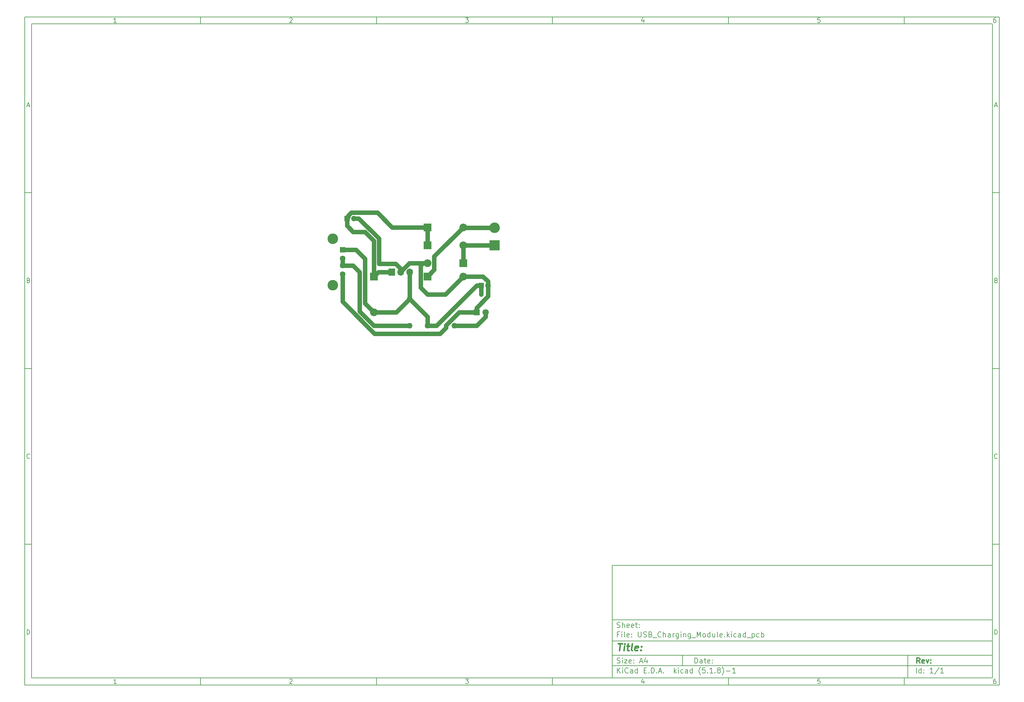
<source format=gbl>
%TF.GenerationSoftware,KiCad,Pcbnew,(5.1.8)-1*%
%TF.CreationDate,2021-07-24T17:40:12+02:00*%
%TF.ProjectId,USB_Charging_Module,5553425f-4368-4617-9267-696e675f4d6f,rev?*%
%TF.SameCoordinates,Original*%
%TF.FileFunction,Copper,L2,Bot*%
%TF.FilePolarity,Positive*%
%FSLAX46Y46*%
G04 Gerber Fmt 4.6, Leading zero omitted, Abs format (unit mm)*
G04 Created by KiCad (PCBNEW (5.1.8)-1) date 2021-07-24 17:40:12*
%MOMM*%
%LPD*%
G01*
G04 APERTURE LIST*
%ADD10C,0.100000*%
%ADD11C,0.150000*%
%ADD12C,0.300000*%
%ADD13C,0.400000*%
%TA.AperFunction,ComponentPad*%
%ADD14C,1.600000*%
%TD*%
%TA.AperFunction,ComponentPad*%
%ADD15R,1.500000X1.600000*%
%TD*%
%TA.AperFunction,ComponentPad*%
%ADD16C,3.000000*%
%TD*%
%TA.AperFunction,ComponentPad*%
%ADD17C,1.800000*%
%TD*%
%TA.AperFunction,ComponentPad*%
%ADD18R,1.800000X1.800000*%
%TD*%
%TA.AperFunction,ComponentPad*%
%ADD19R,1.600000X1.600000*%
%TD*%
%TA.AperFunction,ComponentPad*%
%ADD20R,2.200000X2.200000*%
%TD*%
%TA.AperFunction,ComponentPad*%
%ADD21O,2.200000X2.200000*%
%TD*%
%TA.AperFunction,ComponentPad*%
%ADD22R,3.000000X3.000000*%
%TD*%
%TA.AperFunction,ComponentPad*%
%ADD23O,1.600000X1.600000*%
%TD*%
%TA.AperFunction,ComponentPad*%
%ADD24R,1.905000X2.000000*%
%TD*%
%TA.AperFunction,ComponentPad*%
%ADD25O,1.905000X2.000000*%
%TD*%
%TA.AperFunction,Conductor*%
%ADD26C,1.270000*%
%TD*%
G04 APERTURE END LIST*
D10*
D11*
X177002200Y-166007200D02*
X177002200Y-198007200D01*
X285002200Y-198007200D01*
X285002200Y-166007200D01*
X177002200Y-166007200D01*
D10*
D11*
X10000000Y-10000000D02*
X10000000Y-200007200D01*
X287002200Y-200007200D01*
X287002200Y-10000000D01*
X10000000Y-10000000D01*
D10*
D11*
X12000000Y-12000000D02*
X12000000Y-198007200D01*
X285002200Y-198007200D01*
X285002200Y-12000000D01*
X12000000Y-12000000D01*
D10*
D11*
X60000000Y-12000000D02*
X60000000Y-10000000D01*
D10*
D11*
X110000000Y-12000000D02*
X110000000Y-10000000D01*
D10*
D11*
X160000000Y-12000000D02*
X160000000Y-10000000D01*
D10*
D11*
X210000000Y-12000000D02*
X210000000Y-10000000D01*
D10*
D11*
X260000000Y-12000000D02*
X260000000Y-10000000D01*
D10*
D11*
X36065476Y-11588095D02*
X35322619Y-11588095D01*
X35694047Y-11588095D02*
X35694047Y-10288095D01*
X35570238Y-10473809D01*
X35446428Y-10597619D01*
X35322619Y-10659523D01*
D10*
D11*
X85322619Y-10411904D02*
X85384523Y-10350000D01*
X85508333Y-10288095D01*
X85817857Y-10288095D01*
X85941666Y-10350000D01*
X86003571Y-10411904D01*
X86065476Y-10535714D01*
X86065476Y-10659523D01*
X86003571Y-10845238D01*
X85260714Y-11588095D01*
X86065476Y-11588095D01*
D10*
D11*
X135260714Y-10288095D02*
X136065476Y-10288095D01*
X135632142Y-10783333D01*
X135817857Y-10783333D01*
X135941666Y-10845238D01*
X136003571Y-10907142D01*
X136065476Y-11030952D01*
X136065476Y-11340476D01*
X136003571Y-11464285D01*
X135941666Y-11526190D01*
X135817857Y-11588095D01*
X135446428Y-11588095D01*
X135322619Y-11526190D01*
X135260714Y-11464285D01*
D10*
D11*
X185941666Y-10721428D02*
X185941666Y-11588095D01*
X185632142Y-10226190D02*
X185322619Y-11154761D01*
X186127380Y-11154761D01*
D10*
D11*
X236003571Y-10288095D02*
X235384523Y-10288095D01*
X235322619Y-10907142D01*
X235384523Y-10845238D01*
X235508333Y-10783333D01*
X235817857Y-10783333D01*
X235941666Y-10845238D01*
X236003571Y-10907142D01*
X236065476Y-11030952D01*
X236065476Y-11340476D01*
X236003571Y-11464285D01*
X235941666Y-11526190D01*
X235817857Y-11588095D01*
X235508333Y-11588095D01*
X235384523Y-11526190D01*
X235322619Y-11464285D01*
D10*
D11*
X285941666Y-10288095D02*
X285694047Y-10288095D01*
X285570238Y-10350000D01*
X285508333Y-10411904D01*
X285384523Y-10597619D01*
X285322619Y-10845238D01*
X285322619Y-11340476D01*
X285384523Y-11464285D01*
X285446428Y-11526190D01*
X285570238Y-11588095D01*
X285817857Y-11588095D01*
X285941666Y-11526190D01*
X286003571Y-11464285D01*
X286065476Y-11340476D01*
X286065476Y-11030952D01*
X286003571Y-10907142D01*
X285941666Y-10845238D01*
X285817857Y-10783333D01*
X285570238Y-10783333D01*
X285446428Y-10845238D01*
X285384523Y-10907142D01*
X285322619Y-11030952D01*
D10*
D11*
X60000000Y-198007200D02*
X60000000Y-200007200D01*
D10*
D11*
X110000000Y-198007200D02*
X110000000Y-200007200D01*
D10*
D11*
X160000000Y-198007200D02*
X160000000Y-200007200D01*
D10*
D11*
X210000000Y-198007200D02*
X210000000Y-200007200D01*
D10*
D11*
X260000000Y-198007200D02*
X260000000Y-200007200D01*
D10*
D11*
X36065476Y-199595295D02*
X35322619Y-199595295D01*
X35694047Y-199595295D02*
X35694047Y-198295295D01*
X35570238Y-198481009D01*
X35446428Y-198604819D01*
X35322619Y-198666723D01*
D10*
D11*
X85322619Y-198419104D02*
X85384523Y-198357200D01*
X85508333Y-198295295D01*
X85817857Y-198295295D01*
X85941666Y-198357200D01*
X86003571Y-198419104D01*
X86065476Y-198542914D01*
X86065476Y-198666723D01*
X86003571Y-198852438D01*
X85260714Y-199595295D01*
X86065476Y-199595295D01*
D10*
D11*
X135260714Y-198295295D02*
X136065476Y-198295295D01*
X135632142Y-198790533D01*
X135817857Y-198790533D01*
X135941666Y-198852438D01*
X136003571Y-198914342D01*
X136065476Y-199038152D01*
X136065476Y-199347676D01*
X136003571Y-199471485D01*
X135941666Y-199533390D01*
X135817857Y-199595295D01*
X135446428Y-199595295D01*
X135322619Y-199533390D01*
X135260714Y-199471485D01*
D10*
D11*
X185941666Y-198728628D02*
X185941666Y-199595295D01*
X185632142Y-198233390D02*
X185322619Y-199161961D01*
X186127380Y-199161961D01*
D10*
D11*
X236003571Y-198295295D02*
X235384523Y-198295295D01*
X235322619Y-198914342D01*
X235384523Y-198852438D01*
X235508333Y-198790533D01*
X235817857Y-198790533D01*
X235941666Y-198852438D01*
X236003571Y-198914342D01*
X236065476Y-199038152D01*
X236065476Y-199347676D01*
X236003571Y-199471485D01*
X235941666Y-199533390D01*
X235817857Y-199595295D01*
X235508333Y-199595295D01*
X235384523Y-199533390D01*
X235322619Y-199471485D01*
D10*
D11*
X285941666Y-198295295D02*
X285694047Y-198295295D01*
X285570238Y-198357200D01*
X285508333Y-198419104D01*
X285384523Y-198604819D01*
X285322619Y-198852438D01*
X285322619Y-199347676D01*
X285384523Y-199471485D01*
X285446428Y-199533390D01*
X285570238Y-199595295D01*
X285817857Y-199595295D01*
X285941666Y-199533390D01*
X286003571Y-199471485D01*
X286065476Y-199347676D01*
X286065476Y-199038152D01*
X286003571Y-198914342D01*
X285941666Y-198852438D01*
X285817857Y-198790533D01*
X285570238Y-198790533D01*
X285446428Y-198852438D01*
X285384523Y-198914342D01*
X285322619Y-199038152D01*
D10*
D11*
X10000000Y-60000000D02*
X12000000Y-60000000D01*
D10*
D11*
X10000000Y-110000000D02*
X12000000Y-110000000D01*
D10*
D11*
X10000000Y-160000000D02*
X12000000Y-160000000D01*
D10*
D11*
X10690476Y-35216666D02*
X11309523Y-35216666D01*
X10566666Y-35588095D02*
X11000000Y-34288095D01*
X11433333Y-35588095D01*
D10*
D11*
X11092857Y-84907142D02*
X11278571Y-84969047D01*
X11340476Y-85030952D01*
X11402380Y-85154761D01*
X11402380Y-85340476D01*
X11340476Y-85464285D01*
X11278571Y-85526190D01*
X11154761Y-85588095D01*
X10659523Y-85588095D01*
X10659523Y-84288095D01*
X11092857Y-84288095D01*
X11216666Y-84350000D01*
X11278571Y-84411904D01*
X11340476Y-84535714D01*
X11340476Y-84659523D01*
X11278571Y-84783333D01*
X11216666Y-84845238D01*
X11092857Y-84907142D01*
X10659523Y-84907142D01*
D10*
D11*
X11402380Y-135464285D02*
X11340476Y-135526190D01*
X11154761Y-135588095D01*
X11030952Y-135588095D01*
X10845238Y-135526190D01*
X10721428Y-135402380D01*
X10659523Y-135278571D01*
X10597619Y-135030952D01*
X10597619Y-134845238D01*
X10659523Y-134597619D01*
X10721428Y-134473809D01*
X10845238Y-134350000D01*
X11030952Y-134288095D01*
X11154761Y-134288095D01*
X11340476Y-134350000D01*
X11402380Y-134411904D01*
D10*
D11*
X10659523Y-185588095D02*
X10659523Y-184288095D01*
X10969047Y-184288095D01*
X11154761Y-184350000D01*
X11278571Y-184473809D01*
X11340476Y-184597619D01*
X11402380Y-184845238D01*
X11402380Y-185030952D01*
X11340476Y-185278571D01*
X11278571Y-185402380D01*
X11154761Y-185526190D01*
X10969047Y-185588095D01*
X10659523Y-185588095D01*
D10*
D11*
X287002200Y-60000000D02*
X285002200Y-60000000D01*
D10*
D11*
X287002200Y-110000000D02*
X285002200Y-110000000D01*
D10*
D11*
X287002200Y-160000000D02*
X285002200Y-160000000D01*
D10*
D11*
X285692676Y-35216666D02*
X286311723Y-35216666D01*
X285568866Y-35588095D02*
X286002200Y-34288095D01*
X286435533Y-35588095D01*
D10*
D11*
X286095057Y-84907142D02*
X286280771Y-84969047D01*
X286342676Y-85030952D01*
X286404580Y-85154761D01*
X286404580Y-85340476D01*
X286342676Y-85464285D01*
X286280771Y-85526190D01*
X286156961Y-85588095D01*
X285661723Y-85588095D01*
X285661723Y-84288095D01*
X286095057Y-84288095D01*
X286218866Y-84350000D01*
X286280771Y-84411904D01*
X286342676Y-84535714D01*
X286342676Y-84659523D01*
X286280771Y-84783333D01*
X286218866Y-84845238D01*
X286095057Y-84907142D01*
X285661723Y-84907142D01*
D10*
D11*
X286404580Y-135464285D02*
X286342676Y-135526190D01*
X286156961Y-135588095D01*
X286033152Y-135588095D01*
X285847438Y-135526190D01*
X285723628Y-135402380D01*
X285661723Y-135278571D01*
X285599819Y-135030952D01*
X285599819Y-134845238D01*
X285661723Y-134597619D01*
X285723628Y-134473809D01*
X285847438Y-134350000D01*
X286033152Y-134288095D01*
X286156961Y-134288095D01*
X286342676Y-134350000D01*
X286404580Y-134411904D01*
D10*
D11*
X285661723Y-185588095D02*
X285661723Y-184288095D01*
X285971247Y-184288095D01*
X286156961Y-184350000D01*
X286280771Y-184473809D01*
X286342676Y-184597619D01*
X286404580Y-184845238D01*
X286404580Y-185030952D01*
X286342676Y-185278571D01*
X286280771Y-185402380D01*
X286156961Y-185526190D01*
X285971247Y-185588095D01*
X285661723Y-185588095D01*
D10*
D11*
X200434342Y-193785771D02*
X200434342Y-192285771D01*
X200791485Y-192285771D01*
X201005771Y-192357200D01*
X201148628Y-192500057D01*
X201220057Y-192642914D01*
X201291485Y-192928628D01*
X201291485Y-193142914D01*
X201220057Y-193428628D01*
X201148628Y-193571485D01*
X201005771Y-193714342D01*
X200791485Y-193785771D01*
X200434342Y-193785771D01*
X202577200Y-193785771D02*
X202577200Y-193000057D01*
X202505771Y-192857200D01*
X202362914Y-192785771D01*
X202077200Y-192785771D01*
X201934342Y-192857200D01*
X202577200Y-193714342D02*
X202434342Y-193785771D01*
X202077200Y-193785771D01*
X201934342Y-193714342D01*
X201862914Y-193571485D01*
X201862914Y-193428628D01*
X201934342Y-193285771D01*
X202077200Y-193214342D01*
X202434342Y-193214342D01*
X202577200Y-193142914D01*
X203077200Y-192785771D02*
X203648628Y-192785771D01*
X203291485Y-192285771D02*
X203291485Y-193571485D01*
X203362914Y-193714342D01*
X203505771Y-193785771D01*
X203648628Y-193785771D01*
X204720057Y-193714342D02*
X204577200Y-193785771D01*
X204291485Y-193785771D01*
X204148628Y-193714342D01*
X204077200Y-193571485D01*
X204077200Y-193000057D01*
X204148628Y-192857200D01*
X204291485Y-192785771D01*
X204577200Y-192785771D01*
X204720057Y-192857200D01*
X204791485Y-193000057D01*
X204791485Y-193142914D01*
X204077200Y-193285771D01*
X205434342Y-193642914D02*
X205505771Y-193714342D01*
X205434342Y-193785771D01*
X205362914Y-193714342D01*
X205434342Y-193642914D01*
X205434342Y-193785771D01*
X205434342Y-192857200D02*
X205505771Y-192928628D01*
X205434342Y-193000057D01*
X205362914Y-192928628D01*
X205434342Y-192857200D01*
X205434342Y-193000057D01*
D10*
D11*
X177002200Y-194507200D02*
X285002200Y-194507200D01*
D10*
D11*
X178434342Y-196585771D02*
X178434342Y-195085771D01*
X179291485Y-196585771D02*
X178648628Y-195728628D01*
X179291485Y-195085771D02*
X178434342Y-195942914D01*
X179934342Y-196585771D02*
X179934342Y-195585771D01*
X179934342Y-195085771D02*
X179862914Y-195157200D01*
X179934342Y-195228628D01*
X180005771Y-195157200D01*
X179934342Y-195085771D01*
X179934342Y-195228628D01*
X181505771Y-196442914D02*
X181434342Y-196514342D01*
X181220057Y-196585771D01*
X181077200Y-196585771D01*
X180862914Y-196514342D01*
X180720057Y-196371485D01*
X180648628Y-196228628D01*
X180577200Y-195942914D01*
X180577200Y-195728628D01*
X180648628Y-195442914D01*
X180720057Y-195300057D01*
X180862914Y-195157200D01*
X181077200Y-195085771D01*
X181220057Y-195085771D01*
X181434342Y-195157200D01*
X181505771Y-195228628D01*
X182791485Y-196585771D02*
X182791485Y-195800057D01*
X182720057Y-195657200D01*
X182577200Y-195585771D01*
X182291485Y-195585771D01*
X182148628Y-195657200D01*
X182791485Y-196514342D02*
X182648628Y-196585771D01*
X182291485Y-196585771D01*
X182148628Y-196514342D01*
X182077200Y-196371485D01*
X182077200Y-196228628D01*
X182148628Y-196085771D01*
X182291485Y-196014342D01*
X182648628Y-196014342D01*
X182791485Y-195942914D01*
X184148628Y-196585771D02*
X184148628Y-195085771D01*
X184148628Y-196514342D02*
X184005771Y-196585771D01*
X183720057Y-196585771D01*
X183577200Y-196514342D01*
X183505771Y-196442914D01*
X183434342Y-196300057D01*
X183434342Y-195871485D01*
X183505771Y-195728628D01*
X183577200Y-195657200D01*
X183720057Y-195585771D01*
X184005771Y-195585771D01*
X184148628Y-195657200D01*
X186005771Y-195800057D02*
X186505771Y-195800057D01*
X186720057Y-196585771D02*
X186005771Y-196585771D01*
X186005771Y-195085771D01*
X186720057Y-195085771D01*
X187362914Y-196442914D02*
X187434342Y-196514342D01*
X187362914Y-196585771D01*
X187291485Y-196514342D01*
X187362914Y-196442914D01*
X187362914Y-196585771D01*
X188077200Y-196585771D02*
X188077200Y-195085771D01*
X188434342Y-195085771D01*
X188648628Y-195157200D01*
X188791485Y-195300057D01*
X188862914Y-195442914D01*
X188934342Y-195728628D01*
X188934342Y-195942914D01*
X188862914Y-196228628D01*
X188791485Y-196371485D01*
X188648628Y-196514342D01*
X188434342Y-196585771D01*
X188077200Y-196585771D01*
X189577200Y-196442914D02*
X189648628Y-196514342D01*
X189577200Y-196585771D01*
X189505771Y-196514342D01*
X189577200Y-196442914D01*
X189577200Y-196585771D01*
X190220057Y-196157200D02*
X190934342Y-196157200D01*
X190077200Y-196585771D02*
X190577200Y-195085771D01*
X191077200Y-196585771D01*
X191577200Y-196442914D02*
X191648628Y-196514342D01*
X191577200Y-196585771D01*
X191505771Y-196514342D01*
X191577200Y-196442914D01*
X191577200Y-196585771D01*
X194577200Y-196585771D02*
X194577200Y-195085771D01*
X194720057Y-196014342D02*
X195148628Y-196585771D01*
X195148628Y-195585771D02*
X194577200Y-196157200D01*
X195791485Y-196585771D02*
X195791485Y-195585771D01*
X195791485Y-195085771D02*
X195720057Y-195157200D01*
X195791485Y-195228628D01*
X195862914Y-195157200D01*
X195791485Y-195085771D01*
X195791485Y-195228628D01*
X197148628Y-196514342D02*
X197005771Y-196585771D01*
X196720057Y-196585771D01*
X196577200Y-196514342D01*
X196505771Y-196442914D01*
X196434342Y-196300057D01*
X196434342Y-195871485D01*
X196505771Y-195728628D01*
X196577200Y-195657200D01*
X196720057Y-195585771D01*
X197005771Y-195585771D01*
X197148628Y-195657200D01*
X198434342Y-196585771D02*
X198434342Y-195800057D01*
X198362914Y-195657200D01*
X198220057Y-195585771D01*
X197934342Y-195585771D01*
X197791485Y-195657200D01*
X198434342Y-196514342D02*
X198291485Y-196585771D01*
X197934342Y-196585771D01*
X197791485Y-196514342D01*
X197720057Y-196371485D01*
X197720057Y-196228628D01*
X197791485Y-196085771D01*
X197934342Y-196014342D01*
X198291485Y-196014342D01*
X198434342Y-195942914D01*
X199791485Y-196585771D02*
X199791485Y-195085771D01*
X199791485Y-196514342D02*
X199648628Y-196585771D01*
X199362914Y-196585771D01*
X199220057Y-196514342D01*
X199148628Y-196442914D01*
X199077200Y-196300057D01*
X199077200Y-195871485D01*
X199148628Y-195728628D01*
X199220057Y-195657200D01*
X199362914Y-195585771D01*
X199648628Y-195585771D01*
X199791485Y-195657200D01*
X202077200Y-197157200D02*
X202005771Y-197085771D01*
X201862914Y-196871485D01*
X201791485Y-196728628D01*
X201720057Y-196514342D01*
X201648628Y-196157200D01*
X201648628Y-195871485D01*
X201720057Y-195514342D01*
X201791485Y-195300057D01*
X201862914Y-195157200D01*
X202005771Y-194942914D01*
X202077200Y-194871485D01*
X203362914Y-195085771D02*
X202648628Y-195085771D01*
X202577200Y-195800057D01*
X202648628Y-195728628D01*
X202791485Y-195657200D01*
X203148628Y-195657200D01*
X203291485Y-195728628D01*
X203362914Y-195800057D01*
X203434342Y-195942914D01*
X203434342Y-196300057D01*
X203362914Y-196442914D01*
X203291485Y-196514342D01*
X203148628Y-196585771D01*
X202791485Y-196585771D01*
X202648628Y-196514342D01*
X202577200Y-196442914D01*
X204077200Y-196442914D02*
X204148628Y-196514342D01*
X204077200Y-196585771D01*
X204005771Y-196514342D01*
X204077200Y-196442914D01*
X204077200Y-196585771D01*
X205577200Y-196585771D02*
X204720057Y-196585771D01*
X205148628Y-196585771D02*
X205148628Y-195085771D01*
X205005771Y-195300057D01*
X204862914Y-195442914D01*
X204720057Y-195514342D01*
X206220057Y-196442914D02*
X206291485Y-196514342D01*
X206220057Y-196585771D01*
X206148628Y-196514342D01*
X206220057Y-196442914D01*
X206220057Y-196585771D01*
X207148628Y-195728628D02*
X207005771Y-195657200D01*
X206934342Y-195585771D01*
X206862914Y-195442914D01*
X206862914Y-195371485D01*
X206934342Y-195228628D01*
X207005771Y-195157200D01*
X207148628Y-195085771D01*
X207434342Y-195085771D01*
X207577200Y-195157200D01*
X207648628Y-195228628D01*
X207720057Y-195371485D01*
X207720057Y-195442914D01*
X207648628Y-195585771D01*
X207577200Y-195657200D01*
X207434342Y-195728628D01*
X207148628Y-195728628D01*
X207005771Y-195800057D01*
X206934342Y-195871485D01*
X206862914Y-196014342D01*
X206862914Y-196300057D01*
X206934342Y-196442914D01*
X207005771Y-196514342D01*
X207148628Y-196585771D01*
X207434342Y-196585771D01*
X207577200Y-196514342D01*
X207648628Y-196442914D01*
X207720057Y-196300057D01*
X207720057Y-196014342D01*
X207648628Y-195871485D01*
X207577200Y-195800057D01*
X207434342Y-195728628D01*
X208220057Y-197157200D02*
X208291485Y-197085771D01*
X208434342Y-196871485D01*
X208505771Y-196728628D01*
X208577200Y-196514342D01*
X208648628Y-196157200D01*
X208648628Y-195871485D01*
X208577200Y-195514342D01*
X208505771Y-195300057D01*
X208434342Y-195157200D01*
X208291485Y-194942914D01*
X208220057Y-194871485D01*
X209362914Y-196014342D02*
X210505771Y-196014342D01*
X212005771Y-196585771D02*
X211148628Y-196585771D01*
X211577200Y-196585771D02*
X211577200Y-195085771D01*
X211434342Y-195300057D01*
X211291485Y-195442914D01*
X211148628Y-195514342D01*
D10*
D11*
X177002200Y-191507200D02*
X285002200Y-191507200D01*
D10*
D12*
X264411485Y-193785771D02*
X263911485Y-193071485D01*
X263554342Y-193785771D02*
X263554342Y-192285771D01*
X264125771Y-192285771D01*
X264268628Y-192357200D01*
X264340057Y-192428628D01*
X264411485Y-192571485D01*
X264411485Y-192785771D01*
X264340057Y-192928628D01*
X264268628Y-193000057D01*
X264125771Y-193071485D01*
X263554342Y-193071485D01*
X265625771Y-193714342D02*
X265482914Y-193785771D01*
X265197200Y-193785771D01*
X265054342Y-193714342D01*
X264982914Y-193571485D01*
X264982914Y-193000057D01*
X265054342Y-192857200D01*
X265197200Y-192785771D01*
X265482914Y-192785771D01*
X265625771Y-192857200D01*
X265697200Y-193000057D01*
X265697200Y-193142914D01*
X264982914Y-193285771D01*
X266197200Y-192785771D02*
X266554342Y-193785771D01*
X266911485Y-192785771D01*
X267482914Y-193642914D02*
X267554342Y-193714342D01*
X267482914Y-193785771D01*
X267411485Y-193714342D01*
X267482914Y-193642914D01*
X267482914Y-193785771D01*
X267482914Y-192857200D02*
X267554342Y-192928628D01*
X267482914Y-193000057D01*
X267411485Y-192928628D01*
X267482914Y-192857200D01*
X267482914Y-193000057D01*
D10*
D11*
X178362914Y-193714342D02*
X178577200Y-193785771D01*
X178934342Y-193785771D01*
X179077200Y-193714342D01*
X179148628Y-193642914D01*
X179220057Y-193500057D01*
X179220057Y-193357200D01*
X179148628Y-193214342D01*
X179077200Y-193142914D01*
X178934342Y-193071485D01*
X178648628Y-193000057D01*
X178505771Y-192928628D01*
X178434342Y-192857200D01*
X178362914Y-192714342D01*
X178362914Y-192571485D01*
X178434342Y-192428628D01*
X178505771Y-192357200D01*
X178648628Y-192285771D01*
X179005771Y-192285771D01*
X179220057Y-192357200D01*
X179862914Y-193785771D02*
X179862914Y-192785771D01*
X179862914Y-192285771D02*
X179791485Y-192357200D01*
X179862914Y-192428628D01*
X179934342Y-192357200D01*
X179862914Y-192285771D01*
X179862914Y-192428628D01*
X180434342Y-192785771D02*
X181220057Y-192785771D01*
X180434342Y-193785771D01*
X181220057Y-193785771D01*
X182362914Y-193714342D02*
X182220057Y-193785771D01*
X181934342Y-193785771D01*
X181791485Y-193714342D01*
X181720057Y-193571485D01*
X181720057Y-193000057D01*
X181791485Y-192857200D01*
X181934342Y-192785771D01*
X182220057Y-192785771D01*
X182362914Y-192857200D01*
X182434342Y-193000057D01*
X182434342Y-193142914D01*
X181720057Y-193285771D01*
X183077200Y-193642914D02*
X183148628Y-193714342D01*
X183077200Y-193785771D01*
X183005771Y-193714342D01*
X183077200Y-193642914D01*
X183077200Y-193785771D01*
X183077200Y-192857200D02*
X183148628Y-192928628D01*
X183077200Y-193000057D01*
X183005771Y-192928628D01*
X183077200Y-192857200D01*
X183077200Y-193000057D01*
X184862914Y-193357200D02*
X185577200Y-193357200D01*
X184720057Y-193785771D02*
X185220057Y-192285771D01*
X185720057Y-193785771D01*
X186862914Y-192785771D02*
X186862914Y-193785771D01*
X186505771Y-192214342D02*
X186148628Y-193285771D01*
X187077200Y-193285771D01*
D10*
D11*
X263434342Y-196585771D02*
X263434342Y-195085771D01*
X264791485Y-196585771D02*
X264791485Y-195085771D01*
X264791485Y-196514342D02*
X264648628Y-196585771D01*
X264362914Y-196585771D01*
X264220057Y-196514342D01*
X264148628Y-196442914D01*
X264077200Y-196300057D01*
X264077200Y-195871485D01*
X264148628Y-195728628D01*
X264220057Y-195657200D01*
X264362914Y-195585771D01*
X264648628Y-195585771D01*
X264791485Y-195657200D01*
X265505771Y-196442914D02*
X265577200Y-196514342D01*
X265505771Y-196585771D01*
X265434342Y-196514342D01*
X265505771Y-196442914D01*
X265505771Y-196585771D01*
X265505771Y-195657200D02*
X265577200Y-195728628D01*
X265505771Y-195800057D01*
X265434342Y-195728628D01*
X265505771Y-195657200D01*
X265505771Y-195800057D01*
X268148628Y-196585771D02*
X267291485Y-196585771D01*
X267720057Y-196585771D02*
X267720057Y-195085771D01*
X267577200Y-195300057D01*
X267434342Y-195442914D01*
X267291485Y-195514342D01*
X269862914Y-195014342D02*
X268577200Y-196942914D01*
X271148628Y-196585771D02*
X270291485Y-196585771D01*
X270720057Y-196585771D02*
X270720057Y-195085771D01*
X270577200Y-195300057D01*
X270434342Y-195442914D01*
X270291485Y-195514342D01*
D10*
D11*
X177002200Y-187507200D02*
X285002200Y-187507200D01*
D10*
D13*
X178714580Y-188211961D02*
X179857438Y-188211961D01*
X179036009Y-190211961D02*
X179286009Y-188211961D01*
X180274104Y-190211961D02*
X180440771Y-188878628D01*
X180524104Y-188211961D02*
X180416961Y-188307200D01*
X180500295Y-188402438D01*
X180607438Y-188307200D01*
X180524104Y-188211961D01*
X180500295Y-188402438D01*
X181107438Y-188878628D02*
X181869342Y-188878628D01*
X181476485Y-188211961D02*
X181262200Y-189926247D01*
X181333628Y-190116723D01*
X181512200Y-190211961D01*
X181702676Y-190211961D01*
X182655057Y-190211961D02*
X182476485Y-190116723D01*
X182405057Y-189926247D01*
X182619342Y-188211961D01*
X184190771Y-190116723D02*
X183988390Y-190211961D01*
X183607438Y-190211961D01*
X183428866Y-190116723D01*
X183357438Y-189926247D01*
X183452676Y-189164342D01*
X183571723Y-188973866D01*
X183774104Y-188878628D01*
X184155057Y-188878628D01*
X184333628Y-188973866D01*
X184405057Y-189164342D01*
X184381247Y-189354819D01*
X183405057Y-189545295D01*
X185155057Y-190021485D02*
X185238390Y-190116723D01*
X185131247Y-190211961D01*
X185047914Y-190116723D01*
X185155057Y-190021485D01*
X185131247Y-190211961D01*
X185286009Y-188973866D02*
X185369342Y-189069104D01*
X185262200Y-189164342D01*
X185178866Y-189069104D01*
X185286009Y-188973866D01*
X185262200Y-189164342D01*
D10*
D11*
X178934342Y-185600057D02*
X178434342Y-185600057D01*
X178434342Y-186385771D02*
X178434342Y-184885771D01*
X179148628Y-184885771D01*
X179720057Y-186385771D02*
X179720057Y-185385771D01*
X179720057Y-184885771D02*
X179648628Y-184957200D01*
X179720057Y-185028628D01*
X179791485Y-184957200D01*
X179720057Y-184885771D01*
X179720057Y-185028628D01*
X180648628Y-186385771D02*
X180505771Y-186314342D01*
X180434342Y-186171485D01*
X180434342Y-184885771D01*
X181791485Y-186314342D02*
X181648628Y-186385771D01*
X181362914Y-186385771D01*
X181220057Y-186314342D01*
X181148628Y-186171485D01*
X181148628Y-185600057D01*
X181220057Y-185457200D01*
X181362914Y-185385771D01*
X181648628Y-185385771D01*
X181791485Y-185457200D01*
X181862914Y-185600057D01*
X181862914Y-185742914D01*
X181148628Y-185885771D01*
X182505771Y-186242914D02*
X182577200Y-186314342D01*
X182505771Y-186385771D01*
X182434342Y-186314342D01*
X182505771Y-186242914D01*
X182505771Y-186385771D01*
X182505771Y-185457200D02*
X182577200Y-185528628D01*
X182505771Y-185600057D01*
X182434342Y-185528628D01*
X182505771Y-185457200D01*
X182505771Y-185600057D01*
X184362914Y-184885771D02*
X184362914Y-186100057D01*
X184434342Y-186242914D01*
X184505771Y-186314342D01*
X184648628Y-186385771D01*
X184934342Y-186385771D01*
X185077200Y-186314342D01*
X185148628Y-186242914D01*
X185220057Y-186100057D01*
X185220057Y-184885771D01*
X185862914Y-186314342D02*
X186077200Y-186385771D01*
X186434342Y-186385771D01*
X186577200Y-186314342D01*
X186648628Y-186242914D01*
X186720057Y-186100057D01*
X186720057Y-185957200D01*
X186648628Y-185814342D01*
X186577200Y-185742914D01*
X186434342Y-185671485D01*
X186148628Y-185600057D01*
X186005771Y-185528628D01*
X185934342Y-185457200D01*
X185862914Y-185314342D01*
X185862914Y-185171485D01*
X185934342Y-185028628D01*
X186005771Y-184957200D01*
X186148628Y-184885771D01*
X186505771Y-184885771D01*
X186720057Y-184957200D01*
X187862914Y-185600057D02*
X188077200Y-185671485D01*
X188148628Y-185742914D01*
X188220057Y-185885771D01*
X188220057Y-186100057D01*
X188148628Y-186242914D01*
X188077200Y-186314342D01*
X187934342Y-186385771D01*
X187362914Y-186385771D01*
X187362914Y-184885771D01*
X187862914Y-184885771D01*
X188005771Y-184957200D01*
X188077200Y-185028628D01*
X188148628Y-185171485D01*
X188148628Y-185314342D01*
X188077200Y-185457200D01*
X188005771Y-185528628D01*
X187862914Y-185600057D01*
X187362914Y-185600057D01*
X188505771Y-186528628D02*
X189648628Y-186528628D01*
X190862914Y-186242914D02*
X190791485Y-186314342D01*
X190577200Y-186385771D01*
X190434342Y-186385771D01*
X190220057Y-186314342D01*
X190077200Y-186171485D01*
X190005771Y-186028628D01*
X189934342Y-185742914D01*
X189934342Y-185528628D01*
X190005771Y-185242914D01*
X190077200Y-185100057D01*
X190220057Y-184957200D01*
X190434342Y-184885771D01*
X190577200Y-184885771D01*
X190791485Y-184957200D01*
X190862914Y-185028628D01*
X191505771Y-186385771D02*
X191505771Y-184885771D01*
X192148628Y-186385771D02*
X192148628Y-185600057D01*
X192077200Y-185457200D01*
X191934342Y-185385771D01*
X191720057Y-185385771D01*
X191577200Y-185457200D01*
X191505771Y-185528628D01*
X193505771Y-186385771D02*
X193505771Y-185600057D01*
X193434342Y-185457200D01*
X193291485Y-185385771D01*
X193005771Y-185385771D01*
X192862914Y-185457200D01*
X193505771Y-186314342D02*
X193362914Y-186385771D01*
X193005771Y-186385771D01*
X192862914Y-186314342D01*
X192791485Y-186171485D01*
X192791485Y-186028628D01*
X192862914Y-185885771D01*
X193005771Y-185814342D01*
X193362914Y-185814342D01*
X193505771Y-185742914D01*
X194220057Y-186385771D02*
X194220057Y-185385771D01*
X194220057Y-185671485D02*
X194291485Y-185528628D01*
X194362914Y-185457200D01*
X194505771Y-185385771D01*
X194648628Y-185385771D01*
X195791485Y-185385771D02*
X195791485Y-186600057D01*
X195720057Y-186742914D01*
X195648628Y-186814342D01*
X195505771Y-186885771D01*
X195291485Y-186885771D01*
X195148628Y-186814342D01*
X195791485Y-186314342D02*
X195648628Y-186385771D01*
X195362914Y-186385771D01*
X195220057Y-186314342D01*
X195148628Y-186242914D01*
X195077200Y-186100057D01*
X195077200Y-185671485D01*
X195148628Y-185528628D01*
X195220057Y-185457200D01*
X195362914Y-185385771D01*
X195648628Y-185385771D01*
X195791485Y-185457200D01*
X196505771Y-186385771D02*
X196505771Y-185385771D01*
X196505771Y-184885771D02*
X196434342Y-184957200D01*
X196505771Y-185028628D01*
X196577200Y-184957200D01*
X196505771Y-184885771D01*
X196505771Y-185028628D01*
X197220057Y-185385771D02*
X197220057Y-186385771D01*
X197220057Y-185528628D02*
X197291485Y-185457200D01*
X197434342Y-185385771D01*
X197648628Y-185385771D01*
X197791485Y-185457200D01*
X197862914Y-185600057D01*
X197862914Y-186385771D01*
X199220057Y-185385771D02*
X199220057Y-186600057D01*
X199148628Y-186742914D01*
X199077200Y-186814342D01*
X198934342Y-186885771D01*
X198720057Y-186885771D01*
X198577200Y-186814342D01*
X199220057Y-186314342D02*
X199077200Y-186385771D01*
X198791485Y-186385771D01*
X198648628Y-186314342D01*
X198577200Y-186242914D01*
X198505771Y-186100057D01*
X198505771Y-185671485D01*
X198577200Y-185528628D01*
X198648628Y-185457200D01*
X198791485Y-185385771D01*
X199077200Y-185385771D01*
X199220057Y-185457200D01*
X199577200Y-186528628D02*
X200720057Y-186528628D01*
X201077200Y-186385771D02*
X201077200Y-184885771D01*
X201577200Y-185957200D01*
X202077200Y-184885771D01*
X202077200Y-186385771D01*
X203005771Y-186385771D02*
X202862914Y-186314342D01*
X202791485Y-186242914D01*
X202720057Y-186100057D01*
X202720057Y-185671485D01*
X202791485Y-185528628D01*
X202862914Y-185457200D01*
X203005771Y-185385771D01*
X203220057Y-185385771D01*
X203362914Y-185457200D01*
X203434342Y-185528628D01*
X203505771Y-185671485D01*
X203505771Y-186100057D01*
X203434342Y-186242914D01*
X203362914Y-186314342D01*
X203220057Y-186385771D01*
X203005771Y-186385771D01*
X204791485Y-186385771D02*
X204791485Y-184885771D01*
X204791485Y-186314342D02*
X204648628Y-186385771D01*
X204362914Y-186385771D01*
X204220057Y-186314342D01*
X204148628Y-186242914D01*
X204077200Y-186100057D01*
X204077200Y-185671485D01*
X204148628Y-185528628D01*
X204220057Y-185457200D01*
X204362914Y-185385771D01*
X204648628Y-185385771D01*
X204791485Y-185457200D01*
X206148628Y-185385771D02*
X206148628Y-186385771D01*
X205505771Y-185385771D02*
X205505771Y-186171485D01*
X205577200Y-186314342D01*
X205720057Y-186385771D01*
X205934342Y-186385771D01*
X206077200Y-186314342D01*
X206148628Y-186242914D01*
X207077200Y-186385771D02*
X206934342Y-186314342D01*
X206862914Y-186171485D01*
X206862914Y-184885771D01*
X208220057Y-186314342D02*
X208077200Y-186385771D01*
X207791485Y-186385771D01*
X207648628Y-186314342D01*
X207577200Y-186171485D01*
X207577200Y-185600057D01*
X207648628Y-185457200D01*
X207791485Y-185385771D01*
X208077200Y-185385771D01*
X208220057Y-185457200D01*
X208291485Y-185600057D01*
X208291485Y-185742914D01*
X207577200Y-185885771D01*
X208934342Y-186242914D02*
X209005771Y-186314342D01*
X208934342Y-186385771D01*
X208862914Y-186314342D01*
X208934342Y-186242914D01*
X208934342Y-186385771D01*
X209648628Y-186385771D02*
X209648628Y-184885771D01*
X209791485Y-185814342D02*
X210220057Y-186385771D01*
X210220057Y-185385771D02*
X209648628Y-185957200D01*
X210862914Y-186385771D02*
X210862914Y-185385771D01*
X210862914Y-184885771D02*
X210791485Y-184957200D01*
X210862914Y-185028628D01*
X210934342Y-184957200D01*
X210862914Y-184885771D01*
X210862914Y-185028628D01*
X212220057Y-186314342D02*
X212077200Y-186385771D01*
X211791485Y-186385771D01*
X211648628Y-186314342D01*
X211577200Y-186242914D01*
X211505771Y-186100057D01*
X211505771Y-185671485D01*
X211577200Y-185528628D01*
X211648628Y-185457200D01*
X211791485Y-185385771D01*
X212077200Y-185385771D01*
X212220057Y-185457200D01*
X213505771Y-186385771D02*
X213505771Y-185600057D01*
X213434342Y-185457200D01*
X213291485Y-185385771D01*
X213005771Y-185385771D01*
X212862914Y-185457200D01*
X213505771Y-186314342D02*
X213362914Y-186385771D01*
X213005771Y-186385771D01*
X212862914Y-186314342D01*
X212791485Y-186171485D01*
X212791485Y-186028628D01*
X212862914Y-185885771D01*
X213005771Y-185814342D01*
X213362914Y-185814342D01*
X213505771Y-185742914D01*
X214862914Y-186385771D02*
X214862914Y-184885771D01*
X214862914Y-186314342D02*
X214720057Y-186385771D01*
X214434342Y-186385771D01*
X214291485Y-186314342D01*
X214220057Y-186242914D01*
X214148628Y-186100057D01*
X214148628Y-185671485D01*
X214220057Y-185528628D01*
X214291485Y-185457200D01*
X214434342Y-185385771D01*
X214720057Y-185385771D01*
X214862914Y-185457200D01*
X215220057Y-186528628D02*
X216362914Y-186528628D01*
X216720057Y-185385771D02*
X216720057Y-186885771D01*
X216720057Y-185457200D02*
X216862914Y-185385771D01*
X217148628Y-185385771D01*
X217291485Y-185457200D01*
X217362914Y-185528628D01*
X217434342Y-185671485D01*
X217434342Y-186100057D01*
X217362914Y-186242914D01*
X217291485Y-186314342D01*
X217148628Y-186385771D01*
X216862914Y-186385771D01*
X216720057Y-186314342D01*
X218720057Y-186314342D02*
X218577200Y-186385771D01*
X218291485Y-186385771D01*
X218148628Y-186314342D01*
X218077200Y-186242914D01*
X218005771Y-186100057D01*
X218005771Y-185671485D01*
X218077200Y-185528628D01*
X218148628Y-185457200D01*
X218291485Y-185385771D01*
X218577200Y-185385771D01*
X218720057Y-185457200D01*
X219362914Y-186385771D02*
X219362914Y-184885771D01*
X219362914Y-185457200D02*
X219505771Y-185385771D01*
X219791485Y-185385771D01*
X219934342Y-185457200D01*
X220005771Y-185528628D01*
X220077200Y-185671485D01*
X220077200Y-186100057D01*
X220005771Y-186242914D01*
X219934342Y-186314342D01*
X219791485Y-186385771D01*
X219505771Y-186385771D01*
X219362914Y-186314342D01*
D10*
D11*
X177002200Y-181507200D02*
X285002200Y-181507200D01*
D10*
D11*
X178362914Y-183614342D02*
X178577200Y-183685771D01*
X178934342Y-183685771D01*
X179077200Y-183614342D01*
X179148628Y-183542914D01*
X179220057Y-183400057D01*
X179220057Y-183257200D01*
X179148628Y-183114342D01*
X179077200Y-183042914D01*
X178934342Y-182971485D01*
X178648628Y-182900057D01*
X178505771Y-182828628D01*
X178434342Y-182757200D01*
X178362914Y-182614342D01*
X178362914Y-182471485D01*
X178434342Y-182328628D01*
X178505771Y-182257200D01*
X178648628Y-182185771D01*
X179005771Y-182185771D01*
X179220057Y-182257200D01*
X179862914Y-183685771D02*
X179862914Y-182185771D01*
X180505771Y-183685771D02*
X180505771Y-182900057D01*
X180434342Y-182757200D01*
X180291485Y-182685771D01*
X180077200Y-182685771D01*
X179934342Y-182757200D01*
X179862914Y-182828628D01*
X181791485Y-183614342D02*
X181648628Y-183685771D01*
X181362914Y-183685771D01*
X181220057Y-183614342D01*
X181148628Y-183471485D01*
X181148628Y-182900057D01*
X181220057Y-182757200D01*
X181362914Y-182685771D01*
X181648628Y-182685771D01*
X181791485Y-182757200D01*
X181862914Y-182900057D01*
X181862914Y-183042914D01*
X181148628Y-183185771D01*
X183077200Y-183614342D02*
X182934342Y-183685771D01*
X182648628Y-183685771D01*
X182505771Y-183614342D01*
X182434342Y-183471485D01*
X182434342Y-182900057D01*
X182505771Y-182757200D01*
X182648628Y-182685771D01*
X182934342Y-182685771D01*
X183077200Y-182757200D01*
X183148628Y-182900057D01*
X183148628Y-183042914D01*
X182434342Y-183185771D01*
X183577200Y-182685771D02*
X184148628Y-182685771D01*
X183791485Y-182185771D02*
X183791485Y-183471485D01*
X183862914Y-183614342D01*
X184005771Y-183685771D01*
X184148628Y-183685771D01*
X184648628Y-183542914D02*
X184720057Y-183614342D01*
X184648628Y-183685771D01*
X184577200Y-183614342D01*
X184648628Y-183542914D01*
X184648628Y-183685771D01*
X184648628Y-182757200D02*
X184720057Y-182828628D01*
X184648628Y-182900057D01*
X184577200Y-182828628D01*
X184648628Y-182757200D01*
X184648628Y-182900057D01*
D10*
D11*
X197002200Y-191507200D02*
X197002200Y-194507200D01*
D10*
D11*
X261002200Y-191507200D02*
X261002200Y-198007200D01*
D14*
%TO.P,J2,4*%
%TO.N,GND*%
X100320000Y-83200000D03*
%TO.P,J2,3*%
%TO.N,Net-(J2-Pad2)*%
X100320000Y-80700000D03*
%TO.P,J2,2*%
X100320000Y-78700000D03*
D15*
%TO.P,J2,1*%
%TO.N,Net-(C2-Pad1)*%
X100320000Y-76200000D03*
D16*
%TO.P,J2,5*%
%TO.N,N/C*%
X97610000Y-86270000D03*
X97610000Y-73130000D03*
%TD*%
D17*
%TO.P,D6,2*%
%TO.N,Net-(D6-Pad2)*%
X140960000Y-93980000D03*
D18*
%TO.P,D6,1*%
%TO.N,GND*%
X138420000Y-93980000D03*
%TD*%
D19*
%TO.P,C1,1*%
%TO.N,Net-(C1-Pad1)*%
X101590000Y-67310000D03*
D14*
%TO.P,C1,2*%
%TO.N,GND*%
X103590000Y-67310000D03*
%TD*%
%TO.P,C2,2*%
%TO.N,GND*%
X141690000Y-86360000D03*
D19*
%TO.P,C2,1*%
%TO.N,Net-(C2-Pad1)*%
X139690000Y-86360000D03*
%TD*%
D20*
%TO.P,D1,1*%
%TO.N,Net-(D1-Pad1)*%
X124450000Y-83820000D03*
D21*
%TO.P,D1,2*%
%TO.N,GND*%
X134610000Y-83820000D03*
%TD*%
%TO.P,D2,2*%
%TO.N,GND*%
X124450000Y-80010000D03*
D20*
%TO.P,D2,1*%
%TO.N,Net-(D2-Pad1)*%
X134610000Y-80010000D03*
%TD*%
%TO.P,D3,1*%
%TO.N,Net-(C1-Pad1)*%
X124450000Y-69850000D03*
D21*
%TO.P,D3,2*%
%TO.N,Net-(D1-Pad1)*%
X134610000Y-69850000D03*
%TD*%
%TO.P,D4,2*%
%TO.N,Net-(D2-Pad1)*%
X134610000Y-74930000D03*
D20*
%TO.P,D4,1*%
%TO.N,Net-(C1-Pad1)*%
X124450000Y-74930000D03*
%TD*%
%TO.P,D5,1*%
%TO.N,Net-(C1-Pad1)*%
X109210000Y-83820000D03*
D21*
%TO.P,D5,2*%
%TO.N,Net-(C2-Pad1)*%
X109210000Y-93980000D03*
%TD*%
D22*
%TO.P,J1,1*%
%TO.N,Net-(D2-Pad1)*%
X143500000Y-74930000D03*
D16*
%TO.P,J1,2*%
%TO.N,Net-(D1-Pad1)*%
X143500000Y-69930000D03*
%TD*%
D14*
%TO.P,R1,1*%
%TO.N,Net-(C2-Pad1)*%
X124450000Y-97790000D03*
D23*
%TO.P,R1,2*%
%TO.N,Net-(D6-Pad2)*%
X132070000Y-97790000D03*
%TD*%
%TO.P,R2,2*%
%TO.N,Net-(J2-Pad2)*%
X119370000Y-97790000D03*
D14*
%TO.P,R2,1*%
%TO.N,Net-(C2-Pad1)*%
X119370000Y-90170000D03*
%TD*%
D24*
%TO.P,U1,1*%
%TO.N,Net-(C1-Pad1)*%
X114290000Y-82550000D03*
D25*
%TO.P,U1,2*%
%TO.N,GND*%
X116830000Y-82550000D03*
%TO.P,U1,3*%
%TO.N,Net-(C2-Pad1)*%
X119370000Y-82550000D03*
%TD*%
D26*
%TO.N,Net-(C1-Pad1)*%
X109210000Y-81280000D02*
X109210000Y-73660000D01*
X109210000Y-73660000D02*
X106670000Y-71120000D01*
X103330000Y-71120000D02*
X101590000Y-69380000D01*
X101590000Y-69380000D02*
X101590000Y-67310000D01*
X106670000Y-71120000D02*
X103330000Y-71120000D01*
X124450000Y-69850000D02*
X124450000Y-74930000D01*
X114424198Y-69850000D02*
X124450000Y-69850000D01*
X110249197Y-65674999D02*
X114424198Y-69850000D01*
X102805199Y-65674999D02*
X110249197Y-65674999D01*
X101954999Y-66525199D02*
X102805199Y-65674999D01*
X101954999Y-66945001D02*
X101954999Y-66525199D01*
X101590000Y-67310000D02*
X101954999Y-66945001D01*
X109210000Y-81280000D02*
X109210000Y-83820000D01*
X110480000Y-82550000D02*
X109210000Y-83820000D01*
X114290000Y-82550000D02*
X110480000Y-82550000D01*
%TO.N,GND*%
X138420000Y-93980000D02*
X138420000Y-92710000D01*
X141690000Y-89440000D02*
X141690000Y-86360000D01*
X138420000Y-92710000D02*
X141690000Y-89440000D01*
X129730010Y-98398898D02*
X128028918Y-100099990D01*
X129730010Y-97710188D02*
X129730010Y-98398898D01*
X133460198Y-93980000D02*
X129730010Y-97710188D01*
X138420000Y-93980000D02*
X133460198Y-93980000D01*
X140281370Y-83820000D02*
X134610000Y-83820000D01*
X141690000Y-85228630D02*
X140281370Y-83820000D01*
X141690000Y-86360000D02*
X141690000Y-85228630D01*
X116830000Y-82514580D02*
X116830000Y-82550000D01*
X119334580Y-80010000D02*
X116830000Y-82514580D01*
X116830000Y-81634498D02*
X116830000Y-82550000D01*
X115405512Y-80210010D02*
X116830000Y-81634498D01*
X110680010Y-80210010D02*
X115405512Y-80210010D01*
X110680010Y-73051102D02*
X110680010Y-80210010D01*
X104938908Y-67310000D02*
X110680010Y-73051102D01*
X103590000Y-67310000D02*
X104938908Y-67310000D01*
X109441082Y-100099990D02*
X128028918Y-100099990D01*
X100320000Y-90978908D02*
X109441082Y-100099990D01*
X100320000Y-83200000D02*
X100320000Y-90978908D01*
X122514999Y-80675001D02*
X122514999Y-86964999D01*
X123180000Y-80010000D02*
X122514999Y-80675001D01*
X119334580Y-80010000D02*
X123180000Y-80010000D01*
X123180000Y-80010000D02*
X124450000Y-80010000D01*
X122514999Y-86964999D02*
X124450000Y-88900000D01*
X129530000Y-88900000D02*
X134610000Y-83820000D01*
X124450000Y-88900000D02*
X129530000Y-88900000D01*
%TO.N,Net-(C2-Pad1)*%
X139690000Y-88900000D02*
X139690000Y-86360000D01*
X124450000Y-95250000D02*
X119370000Y-90170000D01*
X124450000Y-97790000D02*
X124450000Y-95250000D01*
X138420000Y-86360000D02*
X139690000Y-86360000D01*
X126990000Y-97790000D02*
X138420000Y-86360000D01*
X124450000Y-97790000D02*
X126990000Y-97790000D01*
X119370000Y-82550000D02*
X119370000Y-90170000D01*
X109210000Y-93980000D02*
X106670000Y-91440000D01*
X106670000Y-91440000D02*
X106670000Y-78740000D01*
X104130000Y-76200000D02*
X100320000Y-76200000D01*
X106670000Y-78740000D02*
X104130000Y-76200000D01*
X115560000Y-93980000D02*
X119370000Y-90170000D01*
X109210000Y-93980000D02*
X115560000Y-93980000D01*
%TO.N,Net-(D1-Pad1)*%
X134690000Y-69930000D02*
X134610000Y-69850000D01*
X143500000Y-69930000D02*
X134690000Y-69930000D01*
X126385001Y-78074999D02*
X134610000Y-69850000D01*
X126385001Y-81884999D02*
X126385001Y-78074999D01*
X124450000Y-83820000D02*
X126385001Y-81884999D01*
%TO.N,Net-(D2-Pad1)*%
X134610000Y-74930000D02*
X134610000Y-80010000D01*
X134610000Y-74930000D02*
X143500000Y-74930000D01*
%TO.N,Net-(D6-Pad2)*%
X140960000Y-95252792D02*
X140960000Y-93980000D01*
X138422792Y-97790000D02*
X140960000Y-95252792D01*
X132070000Y-97790000D02*
X138422792Y-97790000D01*
%TO.N,Net-(J2-Pad2)*%
X100320000Y-78700000D02*
X100320000Y-80700000D01*
X100320000Y-80700000D02*
X103349990Y-80700000D01*
X105199990Y-82550000D02*
X105199990Y-93779990D01*
X103349990Y-80700000D02*
X105199990Y-82550000D01*
X109210000Y-97790000D02*
X119370000Y-97790000D01*
X105199990Y-93779990D02*
X109210000Y-97790000D01*
%TD*%
M02*

</source>
